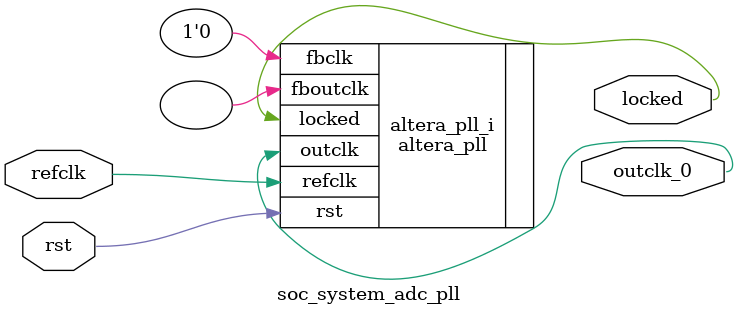
<source format=v>
`timescale 1ns/10ps
module  soc_system_adc_pll(

	// interface 'refclk'
	input wire refclk,

	// interface 'reset'
	input wire rst,

	// interface 'outclk0'
	output wire outclk_0,

	// interface 'locked'
	output wire locked
);

	altera_pll #(
		.fractional_vco_multiplier("false"),
		.reference_clock_frequency("50.0 MHz"),
		.operation_mode("direct"),
		.number_of_clocks(1),
		.output_clock_frequency0("12.500000 MHz"),
		.phase_shift0("0 ps"),
		.duty_cycle0(50),
		.output_clock_frequency1("0 MHz"),
		.phase_shift1("0 ps"),
		.duty_cycle1(50),
		.output_clock_frequency2("0 MHz"),
		.phase_shift2("0 ps"),
		.duty_cycle2(50),
		.output_clock_frequency3("0 MHz"),
		.phase_shift3("0 ps"),
		.duty_cycle3(50),
		.output_clock_frequency4("0 MHz"),
		.phase_shift4("0 ps"),
		.duty_cycle4(50),
		.output_clock_frequency5("0 MHz"),
		.phase_shift5("0 ps"),
		.duty_cycle5(50),
		.output_clock_frequency6("0 MHz"),
		.phase_shift6("0 ps"),
		.duty_cycle6(50),
		.output_clock_frequency7("0 MHz"),
		.phase_shift7("0 ps"),
		.duty_cycle7(50),
		.output_clock_frequency8("0 MHz"),
		.phase_shift8("0 ps"),
		.duty_cycle8(50),
		.output_clock_frequency9("0 MHz"),
		.phase_shift9("0 ps"),
		.duty_cycle9(50),
		.output_clock_frequency10("0 MHz"),
		.phase_shift10("0 ps"),
		.duty_cycle10(50),
		.output_clock_frequency11("0 MHz"),
		.phase_shift11("0 ps"),
		.duty_cycle11(50),
		.output_clock_frequency12("0 MHz"),
		.phase_shift12("0 ps"),
		.duty_cycle12(50),
		.output_clock_frequency13("0 MHz"),
		.phase_shift13("0 ps"),
		.duty_cycle13(50),
		.output_clock_frequency14("0 MHz"),
		.phase_shift14("0 ps"),
		.duty_cycle14(50),
		.output_clock_frequency15("0 MHz"),
		.phase_shift15("0 ps"),
		.duty_cycle15(50),
		.output_clock_frequency16("0 MHz"),
		.phase_shift16("0 ps"),
		.duty_cycle16(50),
		.output_clock_frequency17("0 MHz"),
		.phase_shift17("0 ps"),
		.duty_cycle17(50),
		.pll_type("General"),
		.pll_subtype("General")
	) altera_pll_i (
		.rst	(rst),
		.outclk	({outclk_0}),
		.locked	(locked),
		.fboutclk	( ),
		.fbclk	(1'b0),
		.refclk	(refclk)
	);
endmodule


</source>
